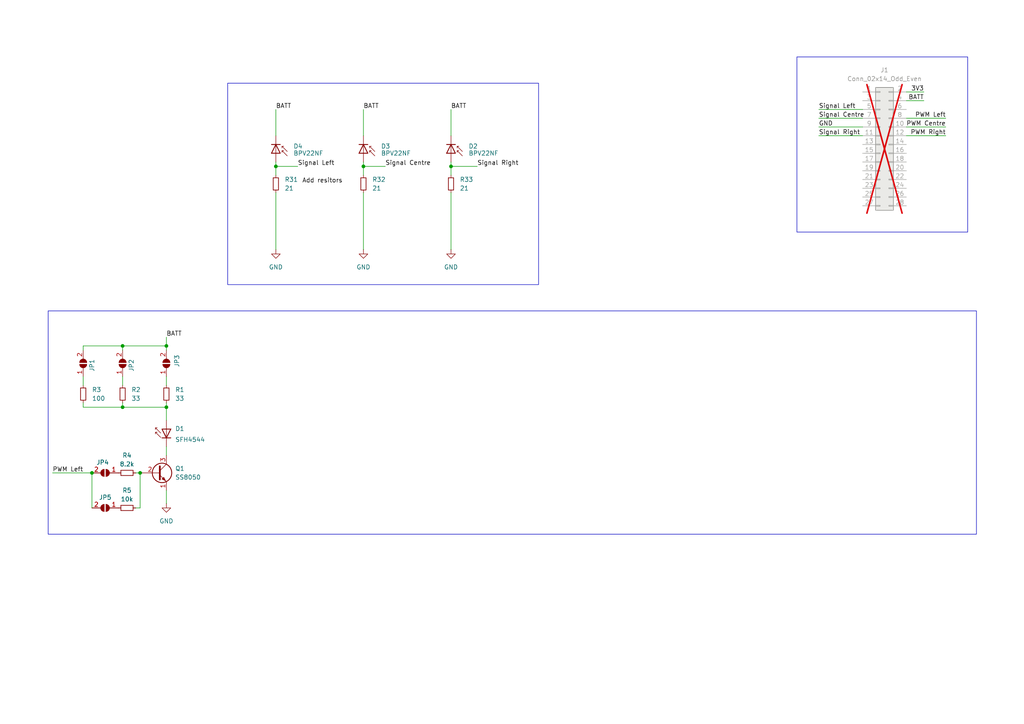
<source format=kicad_sch>
(kicad_sch (version 20231120) (generator "eeschema") (generator_version "8.0")
  (paper "A4")
  (title_block (title "EEE3088F Sensing Board") (date "2024-03-16") (rev "v0"))
  (lib_symbols
    (symbol "Connector_Generic:Conn_02x14_Odd_Even" (pin_names (offset 1.016) hide)
      (property "Reference" "J" (at 1.27 17.78 0))
      (property "Value" "Conn_02x14_Odd_Even" (at 1.27 -20.32 0))
      (symbol "Conn_02x14_Odd_Even_1_1"
        (rectangle (start -1.27 -17.653) (end 0 -17.907) (stroke (width 0.1524)))
        (rectangle (start -1.27 -15.113) (end 0 -15.367) (stroke (width 0.1524)))
        (rectangle (start -1.27 -12.573) (end 0 -12.827) (stroke (width 0.1524)))
        (rectangle (start -1.27 -10.033) (end 0 -10.287) (stroke (width 0.1524)))
        (rectangle (start -1.27 -7.493) (end 0 -7.747) (stroke (width 0.1524)))
        (rectangle (start -1.27 -4.953) (end 0 -5.207) (stroke (width 0.1524)))
        (rectangle (start -1.27 -2.413) (end 0 -2.667) (stroke (width 0.1524)))
        (rectangle (start -1.27 0.127) (end 0 -0.127) (stroke (width 0.1524)))
        (rectangle (start -1.27 2.667) (end 0 2.413) (stroke (width 0.1524)))
        (rectangle (start -1.27 5.207) (end 0 4.953) (stroke (width 0.1524)))
        (rectangle (start -1.27 7.747) (end 0 7.493) (stroke (width 0.1524)))
        (rectangle (start -1.27 10.287) (end 0 10.033) (stroke (width 0.1524)))
        (rectangle (start -1.27 12.827) (end 0 12.573) (stroke (width 0.1524)))
        (rectangle (start -1.27 15.367) (end 0 15.113) (stroke (width 0.1524)))
        (rectangle (start -1.27 16.51) (end 3.81 -19.05) (stroke (width 0.254)) (fill (type background)))
        (rectangle (start 3.81 -17.653) (end 2.54 -17.907) (stroke (width 0.1524)))
        (rectangle (start 3.81 -15.113) (end 2.54 -15.367) (stroke (width 0.1524)))
        (rectangle (start 3.81 -12.573) (end 2.54 -12.827) (stroke (width 0.1524)))
        (rectangle (start 3.81 -10.033) (end 2.54 -10.287) (stroke (width 0.1524)))
        (rectangle (start 3.81 -7.493) (end 2.54 -7.747) (stroke (width 0.1524)))
        (rectangle (start 3.81 -4.953) (end 2.54 -5.207) (stroke (width 0.1524)))
        (rectangle (start 3.81 -2.413) (end 2.54 -2.667) (stroke (width 0.1524)))
        (rectangle (start 3.81 0.127) (end 2.54 -0.127) (stroke (width 0.1524)))
        (rectangle (start 3.81 2.667) (end 2.54 2.413) (stroke (width 0.1524)))
        (rectangle (start 3.81 5.207) (end 2.54 4.953) (stroke (width 0.1524)))
        (rectangle (start 3.81 7.747) (end 2.54 7.493) (stroke (width 0.1524)))
        (rectangle (start 3.81 10.287) (end 2.54 10.033) (stroke (width 0.1524)))
        (rectangle (start 3.81 12.827) (end 2.54 12.573) (stroke (width 0.1524)))
        (rectangle (start 3.81 15.367) (end 2.54 15.113) (stroke (width 0.1524)))
        (pin passive line (at -5.08 15.24 0) (length 3.81) (name "Pin_1") (number "1"))
        (pin passive line (at 7.62 5.08 180) (length 3.81) (name "Pin_10") (number "10"))
        (pin passive line (at -5.08 2.54 0) (length 3.81) (name "Pin_11") (number "11"))
        (pin passive line (at 7.62 2.54 180) (length 3.81) (name "Pin_12") (number "12"))
        (pin passive line (at -5.08 0 0) (length 3.81) (name "Pin_13") (number "13"))
        (pin passive line (at 7.62 0 180) (length 3.81) (name "Pin_14") (number "14"))
        (pin passive line (at -5.08 -2.54 0) (length 3.81) (name "Pin_15") (number "15"))
        (pin passive line (at 7.62 -2.54 180) (length 3.81) (name "Pin_16") (number "16"))
        (pin passive line (at -5.08 -5.08 0) (length 3.81) (name "Pin_17") (number "17"))
        (pin passive line (at 7.62 -5.08 180) (length 3.81) (name "Pin_18") (number "18"))
        (pin passive line (at -5.08 -7.62 0) (length 3.81) (name "Pin_19") (number "19"))
        (pin passive line (at 7.62 15.24 180) (length 3.81) (name "Pin_2") (number "2"))
        (pin passive line (at 7.62 -7.62 180) (length 3.81) (name "Pin_20") (number "20"))
        (pin passive line (at -5.08 -10.16 0) (length 3.81) (name "Pin_21") (number "21"))
        (pin passive line (at 7.62 -10.16 180) (length 3.81) (name "Pin_22") (number "22"))
        (pin passive line (at -5.08 -12.7 0) (length 3.81) (name "Pin_23") (number "23"))
        (pin passive line (at 7.62 -12.7 180) (length 3.81) (name "Pin_24") (number "24"))
        (pin passive line (at -5.08 -15.24 0) (length 3.81) (name "Pin_25") (number "25"))
        (pin passive line (at 7.62 -15.24 180) (length 3.81) (name "Pin_26") (number "26"))
        (pin passive line (at -5.08 -17.78 0) (length 3.81) (name "Pin_27") (number "27"))
        (pin passive line (at 7.62 -17.78 180) (length 3.81) (name "Pin_28") (number "28"))
        (pin passive line (at -5.08 12.7 0) (length 3.81) (name "Pin_3") (number "3"))
        (pin passive line (at 7.62 12.7 180) (length 3.81) (name "Pin_4") (number "4"))
        (pin passive line (at -5.08 10.16 0) (length 3.81) (name "Pin_5") (number "5"))
        (pin passive line (at 7.62 10.16 180) (length 3.81) (name "Pin_6") (number "6"))
        (pin passive line (at -5.08 7.62 0) (length 3.81) (name "Pin_7") (number "7"))
        (pin passive line (at 7.62 7.62 180) (length 3.81) (name "Pin_8") (number "8"))
        (pin passive line (at -5.08 5.08 0) (length 3.81) (name "Pin_9") (number "9"))
      )
    )
    (symbol "Device:D_Photo" (pin_numbers hide) (pin_names hide)
      (property "Reference" "D" (at 0.508 1.778 0))
      (property "Value" "D_Photo" (at -1.016 -2.794 0))
      (symbol "D_Photo_0_1"
        (polyline (pts (xy -2.54 1.27) (xy -2.54 -1.27)) (stroke (width 0.254)))
        (polyline (pts (xy -2.032 1.778) (xy -1.524 1.778)))
        (polyline (pts (xy 0 0) (xy -2.54 0)))
        (polyline (pts (xy -0.508 3.302) (xy -2.032 1.778) (xy -2.032 2.286)))
        (polyline (pts (xy 0 -1.27) (xy 0 1.27) (xy -2.54 0) (xy 0 -1.27)) (stroke (width 0.254)))
        (polyline (pts (xy 0.762 3.302) (xy -0.762 1.778) (xy -0.762 2.286) (xy -0.762 1.778) (xy -0.254 1.778)))
      )
      (symbol "D_Photo_1_1"
        (pin passive line (at -5.08 0 0) (length 2.54) (name "K") (number "1"))
        (pin passive line (at 2.54 0 180) (length 2.54) (name "A") (number "2"))
      )
    )
    (symbol "Device:R_Small" (pin_numbers hide) (pin_names (offset 0.254) hide)
      (property "Reference" "R" (at 0.762 0.508 0))
      (property "Value" "R_Small" (at 0.762 -1.016 0))
      (symbol "R_Small_0_1"
        (rectangle (start -0.762 1.778) (end 0.762 -1.778) (stroke (width 0.2032)))
      )
      (symbol "R_Small_1_1"
        (pin passive line (at 0 2.54 270) (length 0.762) (name "~") (number "1"))
        (pin passive line (at 0 -2.54 90) (length 0.762) (name "~") (number "2"))
      )
    )
    (symbol "Jumper:SolderJumper_2_Open" (pin_names (offset 0) hide)
      (property "Reference" "JP" (at 0 2.032 0))
      (property "Value" "SolderJumper_2_Open" (at 0 -2.54 0))
      (symbol "SolderJumper_2_Open_0_1"
        (arc (start -0.254 1.016) (mid -1.2656 0) (end -0.254 -1.016))
        (arc (start -0.254 1.016) (mid -1.2656 0) (end -0.254 -1.016) (fill (type outline)))
        (polyline (pts (xy -0.254 1.016) (xy -0.254 -1.016)))
        (polyline (pts (xy 0.254 1.016) (xy 0.254 -1.016)))
        (arc (start 0.254 -1.016) (mid 1.2656 0) (end 0.254 1.016))
        (arc (start 0.254 -1.016) (mid 1.2656 0) (end 0.254 1.016) (fill (type outline)))
      )
      (symbol "SolderJumper_2_Open_1_1"
        (pin passive line (at -3.81 0 0) (length 2.54) (name "A") (number "1"))
        (pin passive line (at 3.81 0 180) (length 2.54) (name "B") (number "2"))
      )
    )
    (symbol "LED:SFH4546" (pin_numbers hide) (pin_names (offset 1.016) hide)
      (property "Reference" "D" (at 0.508 1.778 0))
      (property "Value" "SFH4546" (at -1.016 -2.794 0))
      (symbol "SFH4546_0_1"
        (polyline (pts (xy -2.54 1.27) (xy -2.54 -1.27)) (stroke (width 0.254)))
        (polyline (pts (xy 0 0) (xy -2.54 0)))
        (polyline (pts (xy 0.381 3.175) (xy -0.127 3.175)))
        (polyline (pts (xy -1.143 1.651) (xy 0.381 3.175) (xy 0.381 2.667)))
        (polyline (pts (xy 0 -1.27) (xy -2.54 0) (xy 0 1.27) (xy 0 -1.27)) (stroke (width 0.254)))
        (polyline (pts (xy -2.413 1.651) (xy -0.889 3.175) (xy -0.889 2.667) (xy -0.889 3.175) (xy -1.397 3.175)))
      )
      (symbol "SFH4546_1_1"
        (pin passive line (at -5.08 0 0) (length 2.54) (name "K") (number "1"))
        (pin passive line (at 2.54 0 180) (length 2.54) (name "A") (number "2"))
      )
    )
    (symbol "SolderJumper_2_Open_1" (pin_names (offset 0) hide)
      (property "Reference" "JP" (at 0 2.032 0))
      (property "Value" "SolderJumper_2_Open" (at 0 -2.54 0))
      (symbol "SolderJumper_2_Open_1_0_1"
        (arc (start -0.254 1.016) (mid -1.2656 0) (end -0.254 -1.016))
        (arc (start -0.254 1.016) (mid -1.2656 0) (end -0.254 -1.016) (fill (type outline)))
        (polyline (pts (xy -0.254 1.016) (xy -0.254 -1.016)))
        (polyline (pts (xy 0.254 1.016) (xy 0.254 -1.016)))
        (arc (start 0.254 -1.016) (mid 1.2656 0) (end 0.254 1.016))
        (arc (start 0.254 -1.016) (mid 1.2656 0) (end 0.254 1.016) (fill (type outline)))
      )
      (symbol "SolderJumper_2_Open_1_1_1"
        (pin passive line (at -3.81 0 0) (length 2.54) (name "A") (number "1"))
        (pin passive line (at 3.81 0 180) (length 2.54) (name "B") (number "2"))
      )
    )
    (symbol "Transistor_BJT:2N2219" (pin_names (offset 0) hide)
      (property "Reference" "Q" (at 5.08 1.905 0))
      (property "Value" "2N2219" (at 5.08 0 0))
      (symbol "2N2219_0_1"
        (polyline (pts (xy 0.635 0.635) (xy 2.54 2.54)))
        (polyline (pts (xy 0.635 -0.635) (xy 2.54 -2.54) (xy 2.54 -2.54)))
        (polyline (pts (xy 0.635 1.905) (xy 0.635 -1.905) (xy 0.635 -1.905)) (stroke (width 0.508)))
        (polyline (pts (xy 1.27 -1.778) (xy 1.778 -1.27) (xy 2.286 -2.286) (xy 1.27 -1.778) (xy 1.27 -1.778)) (fill (type outline)))
        (circle (center 1.27 0) (radius 2.8194) (stroke (width 0.254)))
      )
      (symbol "2N2219_1_1"
        (pin passive line (at 2.54 -5.08 90) (length 2.54) (name "E") (number "1"))
        (pin passive line (at -5.08 0 0) (length 5.715) (name "B") (number "2"))
        (pin passive line (at 2.54 5.08 270) (length 2.54) (name "C") (number "3"))
      )
    )
    (symbol "power:GND" (power) (pin_numbers hide) (pin_names (offset 0) hide)
      (property "Value" "GND" (at 0 -3.81 0))
      (symbol "GND_0_1"
        (polyline (pts (xy 0 0) (xy 0 -1.27) (xy 1.27 -1.27) (xy 0 -2.54) (xy -1.27 -1.27) (xy 0 -1.27)))
      )
      (symbol "GND_1_1"
        (pin power_in line (at 0 0 270) (length 0) (name "~") (number "1"))
      )
    )
  )
  (junction (at 26.67 137.16))
  (junction (at 35.56 118.11))
  (junction (at 80.01 48.26))
  (junction (at 105.41 48.26))
  (junction (at 130.81 48.26))
  (junction (at 40.64 137.16))
  (junction (at 48.26 118.11))
  (junction (at 48.26 100.33))
  (junction (at 35.56 100.33))
  (wire (pts (xy 274.32 36.83) (xy 262.89 36.83)))
  (wire (pts (xy 80.01 31.75) (xy 80.01 39.37)))
  (wire (pts (xy 237.49 39.37) (xy 250.19 39.37)))
  (wire (pts (xy 48.26 109.22) (xy 48.26 111.76)))
  (wire (pts (xy 130.81 48.26) (xy 138.43 48.26)))
  (wire (pts (xy 48.26 97.79) (xy 48.26 100.33)))
  (wire (pts (xy 48.26 118.11) (xy 48.26 121.92)))
  (wire (pts (xy 48.26 116.84) (xy 48.26 118.11)))
  (wire (pts (xy 130.81 31.75) (xy 130.81 39.37)))
  (wire (pts (xy 48.26 100.33) (xy 48.26 101.6)))
  (wire (pts (xy 48.26 146.05) (xy 48.26 142.24)))
  (wire (pts (xy 24.13 118.11) (xy 35.56 118.11)))
  (wire (pts (xy 105.41 55.88) (xy 105.41 72.39)))
  (wire (pts (xy 130.81 55.88) (xy 130.81 72.39)))
  (wire (pts (xy 237.49 31.75) (xy 250.19 31.75)))
  (wire (pts (xy 80.01 46.99) (xy 80.01 48.26)))
  (wire (pts (xy 267.97 26.67) (xy 262.89 26.67)))
  (wire (pts (xy 267.97 29.21) (xy 262.89 29.21)))
  (wire (pts (xy 80.01 48.26) (xy 86.36 48.26)))
  (wire (pts (xy 274.32 39.37) (xy 262.89 39.37)))
  (wire (pts (xy 130.81 48.26) (xy 130.81 50.8)))
  (wire (pts (xy 39.37 147.32) (xy 40.64 147.32)))
  (wire (pts (xy 237.49 34.29) (xy 250.19 34.29)))
  (wire (pts (xy 105.41 48.26) (xy 111.76 48.26)))
  (wire (pts (xy 15.24 137.16) (xy 26.67 137.16)))
  (wire (pts (xy 24.13 116.84) (xy 24.13 118.11)))
  (wire (pts (xy 80.01 55.88) (xy 80.01 72.39)))
  (wire (pts (xy 40.64 147.32) (xy 40.64 137.16)))
  (wire (pts (xy 130.81 46.99) (xy 130.81 48.26)))
  (wire (pts (xy 35.56 109.22) (xy 35.56 111.76)))
  (wire (pts (xy 48.26 132.08) (xy 48.26 129.54)))
  (wire (pts (xy 35.56 100.33) (xy 35.56 101.6)))
  (wire (pts (xy 26.67 147.32) (xy 26.67 137.16)))
  (wire (pts (xy 39.37 137.16) (xy 40.64 137.16)))
  (wire (pts (xy 35.56 118.11) (xy 48.26 118.11)))
  (wire (pts (xy 105.41 31.75) (xy 105.41 39.37)))
  (wire (pts (xy 105.41 48.26) (xy 105.41 50.8)))
  (wire (pts (xy 24.13 109.22) (xy 24.13 111.76)))
  (wire (pts (xy 274.32 34.29) (xy 262.89 34.29)))
  (wire (pts (xy 35.56 100.33) (xy 48.26 100.33)))
  (wire (pts (xy 237.49 36.83) (xy 250.19 36.83)))
  (wire (pts (xy 24.13 100.33) (xy 24.13 101.6)))
  (wire (pts (xy 105.41 46.99) (xy 105.41 48.26)))
  (wire (pts (xy 80.01 48.26) (xy 80.01 50.8)))
  (wire (pts (xy 24.13 100.33) (xy 35.56 100.33)))
  (wire (pts (xy 35.56 116.84) (xy 35.56 118.11)))
  (rectangle (start 13.97 90.17) (end 283.21 154.94))
  (rectangle (start 66.04 24.13) (end 156.21 82.55))
  (rectangle (start 231.14 16.51) (end 280.67 67.31))
  (label "BATT" (at 130.81 31.75 0))
  (label "PWM Left" (at 274.32 34.29 180))
  (label "3V3" (at 267.97 26.67 180))
  (label "PWM Centre" (at 274.32 36.83 180))
  (label "BATT" (at 267.97 29.21 180))
  (label "BATT" (at 105.41 31.75 0))
  (label "BATT" (at 80.01 31.75 0))
  (label "Signal Left" (at 237.49 31.75 0))
  (label "PWM Left" (at 15.24 137.16 0))
  (label "Signal Right" (at 237.49 39.37 0))
  (label "GND" (at 237.49 36.83 0))
  (label "BATT" (at 48.26 97.79 0))
  (label "Signal Left" (at 86.36 48.26 0))
  (label "PWM Right" (at 274.32 39.37 180))
  (label "Signal Right" (at 138.43 48.26 0))
  (label "Signal Centre" (at 111.76 48.26 0))
  (label "Signal Centre" (at 237.49 34.29 0))
  (label "Add resitors" (at 87.63 53.34 0))
  (symbol (lib_id "Transistor_BJT:2N2219") (at 45.72 137.16 0) (unit 1)
    (property "Reference" "Q1" (at 50.8 135.8899 0) (effects (justify left)))
    (property "Value" "SS8050" (at 50.8 138.4299 0) (effects (justify left)))
    (property "Footprint" "Package_TO_SOT_SMD:SOT-23" (effects (hide yes)))
    (property "Datasheet" "http://www.onsemi.com/pub_link/Collateral/2N2219-D.PDF" (effects (hide yes)))
    (property "Description" "800mA Ic, 50V Vce, NPN Transistor, TO-39" (effects (hide yes)))
    (property "LCSC" "C2150" (effects (hide yes)))
  )
  (symbol (lib_id "Device:R_Small") (at 36.83 147.32 90) (unit 1)
    (property "Reference" "R5" (at 36.83 142.24 90))
    (property "Value" "10k" (at 36.83 144.78 90))
    (property "Footprint" "Resistor_SMD:R_0815_2038Metric" (effects (hide yes)))
    (property "Description" "Resistor, small symbol" (effects (hide yes)))
  )
  (symbol (lib_id "Device:R_Small") (at 105.41 53.34 0) (unit 1)
    (property "Reference" "R32" (at 107.95 52.0699 0) (effects (justify left)))
    (property "Value" "21" (at 107.95 54.6099 0) (effects (justify left)))
    (property "Footprint" "Resistor_SMD:R_0815_2038Metric" (effects (hide yes)))
    (property "Description" "Resistor, small symbol" (effects (hide yes)))
  )
  (symbol (lib_id "power:GND") (at 130.81 72.39 0) (unit 1)
    (property "Reference" "#PWR01" (effects (hide yes)))
    (property "Value" "GND" (at 130.81 77.47 0))
    (property "Description" "Power symbol creates a global label with name \"GND\" , ground" (effects (hide yes)))
  )
  (symbol (lib_id "power:GND") (at 105.41 72.39 0) (unit 1)
    (property "Reference" "#PWR03" (effects (hide yes)))
    (property "Value" "GND" (at 105.41 77.47 0))
    (property "Description" "Power symbol creates a global label with name \"GND\" , ground" (effects (hide yes)))
  )
  (symbol (lib_id "Device:D_Photo") (at 80.01 44.45 270) (unit 1)
    (property "Reference" "D4" (at 85.09 42.418 90) (effects (justify left)))
    (property "Value" "BPV22NF" (at 85.09 44.45 90) (effects (justify left)))
    (property "Footprint" "LED_THT:LED_SideEmitter_Rectangular_W4.5mm_H1.6mm" (effects (hide yes)))
    (property "Description" "Photodiode" (effects (hide yes)))
    (property "LCSC" " C2900370" (effects (hide yes)))
    (property "Extended" "1" (effects (hide yes)))
    (property "Populate" "1" (effects (hide yes)))
    (property "Price" "0.48" (effects (hide yes)))
  )
  (symbol (lib_id "Device:D_Photo") (at 130.81 44.45 270) (unit 1)
    (property "Reference" "D2" (at 135.89 42.418 90) (effects (justify left)))
    (property "Value" "BPV22NF" (at 135.89 44.45 90) (effects (justify left)))
    (property "Footprint" "LED_THT:LED_SideEmitter_Rectangular_W4.5mm_H1.6mm" (effects (hide yes)))
    (property "Description" "Photodiode" (effects (hide yes)))
    (property "LCSC" " C2900370" (effects (hide yes)))
    (property "Extended" "1" (effects (hide yes)))
    (property "Populate" "1" (effects (hide yes)))
    (property "Price" "0.48" (effects (hide yes)))
  )
  (symbol (lib_id "Jumper:SolderJumper_2_Open") (at 35.56 105.41 90) (unit 1)
    (property "Reference" "JP2" (at 38.1 104.1399 0) (effects (justify right)))
    (property "Value" "SolderJumper_2_Open" (effects (hide yes)))
    (property "Description" "Solder Jumper, 2-pole, open" (effects (hide yes)))
  )
  (symbol (lib_id "LED:SFH4546") (at 48.26 124.46 90) (unit 1)
    (property "Reference" "D1" (at 50.8 124.3329 90) (effects (justify right)))
    (property "Value" "SFH4544" (at 50.8 127.508 90) (effects (justify right)))
    (property "Footprint" "LED_THT:LED_D3.0mm_IRBlack" (effects (hide yes)))
    (property "Datasheet" "https://www.lcsc.com/datasheet/lcsc_datasheet_2206101716_OSRAM-Opto-Semicon-SFH-4544_C2900370.pdf" (effects (hide yes)))
    (property "Description" "High-Power IR LED 940nm" (effects (hide yes)))
    (property "LCSC" "C2900370" (effects (hide yes)))
    (property "Extended" "1" (effects (hide yes)))
    (property "Populate" "1" (effects (hide yes)))
    (property "Price" "0.67" (effects (hide yes)))
  )
  (symbol (lib_id "Jumper:SolderJumper_2_Open") (at 48.26 105.41 90) (unit 1)
    (property "Reference" "JP3" (at 51.308 102.87 0) (effects (justify right)))
    (property "Value" "SolderJumper_2_Open" (effects (hide yes)))
    (property "Description" "Solder Jumper, 2-pole, open" (effects (hide yes)))
  )
  (symbol (lib_name "SolderJumper_2_Open_1") (lib_id "Jumper:SolderJumper_2_Open") (at 24.13 105.41 90) (unit 1)
    (property "Reference" "JP1" (at 26.67 104.1399 0) (effects (justify right)))
    (property "Value" "SolderJumper_2_Open" (effects (hide yes)))
    (property "Description" "Solder Jumper, 2-pole, open" (effects (hide yes)))
  )
  (symbol (lib_id "Device:D_Photo") (at 105.41 44.45 270) (unit 1)
    (property "Reference" "D3" (at 110.49 42.418 90) (effects (justify left)))
    (property "Value" "BPV22NF" (at 110.49 44.45 90) (effects (justify left)))
    (property "Footprint" "LED_THT:LED_SideEmitter_Rectangular_W4.5mm_H1.6mm" (effects (hide yes)))
    (property "Description" "Photodiode" (effects (hide yes)))
    (property "LCSC" " C2900370" (effects (hide yes)))
    (property "Extended" "1" (effects (hide yes)))
    (property "Populate" "1" (effects (hide yes)))
    (property "Price" "0.48" (effects (hide yes)))
  )
  (symbol (lib_id "Device:R_Small") (at 48.26 114.3 0) (unit 1)
    (property "Reference" "R1" (at 50.8 113.0299 0) (effects (justify left)))
    (property "Value" "33" (at 50.8 115.5699 0) (effects (justify left)))
    (property "Footprint" "Resistor_SMD:R_0805_2012Metric" (effects (hide yes)))
    (property "Description" "Resistor, small symbol" (effects (hide yes)))
  )
  (symbol (lib_id "power:GND") (at 48.26 146.05 0) (unit 1)
    (property "Reference" "#PWR02" (effects (hide yes)))
    (property "Value" "GND" (at 48.26 151.13 0))
    (property "Description" "Power symbol creates a global label with name \"GND\" , ground" (effects (hide yes)))
  )
  (symbol (lib_id "Device:R_Small") (at 130.81 53.34 0) (unit 1)
    (property "Reference" "R33" (at 133.35 52.0699 0) (effects (justify left)))
    (property "Value" "21" (at 133.35 54.6099 0) (effects (justify left)))
    (property "Footprint" "Resistor_SMD:R_0815_2038Metric" (effects (hide yes)))
    (property "Description" "Resistor, small symbol" (effects (hide yes)))
  )
  (symbol (lib_id "Device:R_Small") (at 80.01 53.34 0) (unit 1)
    (property "Reference" "R31" (at 82.55 52.0699 0) (effects (justify left)))
    (property "Value" "21" (at 82.55 54.6099 0) (effects (justify left)))
    (property "Footprint" "Resistor_SMD:R_0815_2038Metric" (effects (hide yes)))
    (property "Description" "Resistor, small symbol" (effects (hide yes)))
  )
  (symbol (lib_id "Jumper:SolderJumper_2_Open") (at 30.48 137.16 180) (unit 1)
    (property "Reference" "JP4" (at 27.94 134.112 0) (effects (justify right)))
    (property "Value" "SolderJumper_2_Open" (effects (hide yes)))
    (property "Description" "Solder Jumper, 2-pole, open" (effects (hide yes)))
  )
  (symbol (lib_id "Device:R_Small") (at 24.13 114.3 0) (unit 1)
    (property "Reference" "R3" (at 26.67 113.0299 0) (effects (justify left)))
    (property "Value" "100" (at 26.67 115.5699 0) (effects (justify left)))
    (property "Footprint" "Resistor_SMD:R_0815_2038Metric" (effects (hide yes)))
    (property "Description" "Resistor, small symbol" (effects (hide yes)))
  )
  (symbol (lib_id "Jumper:SolderJumper_2_Open") (at 30.48 147.32 180) (unit 1)
    (property "Reference" "JP5" (at 28.702 144.272 0) (effects (justify right)))
    (property "Value" "SolderJumper_2_Open" (effects (hide yes)))
    (property "Description" "Solder Jumper, 2-pole, open" (effects (hide yes)))
  )
  (symbol (lib_id "power:GND") (at 80.01 72.39 0) (unit 1)
    (property "Reference" "#PWR04" (effects (hide yes)))
    (property "Value" "GND" (at 80.01 77.47 0))
    (property "Description" "Power symbol creates a global label with name \"GND\" , ground" (effects (hide yes)))
  )
  (symbol (lib_id "Connector_Generic:Conn_02x14_Odd_Even") (at 255.27 41.91 0) (unit 1) (dnp yes)
    (property "Reference" "J1" (at 256.54 20.32 0))
    (property "Value" "Conn_02x14_Odd_Even" (at 256.54 22.86 0))
    (property "Footprint" "Connector_PinHeader_2.54mm:PinHeader_2x14_P2.54mm_Vertical" (effects (hide yes)))
    (property "Description" "Generic connector, double row, 02x14, odd/even pin numbering scheme (row 1 odd numbers, row 2 even numbers), script generated (kicad-library-utils/schlib/autogen/connector/)" (effects (hide yes)))
  )
  (symbol (lib_id "Device:R_Small") (at 35.56 114.3 0) (unit 1)
    (property "Reference" "R2" (at 38.1 113.0299 0) (effects (justify left)))
    (property "Value" "33" (at 38.1 115.5699 0) (effects (justify left)))
    (property "Footprint" "Resistor_SMD:R_0815_2038Metric" (effects (hide yes)))
    (property "Description" "Resistor, small symbol" (effects (hide yes)))
  )
  (symbol (lib_id "Device:R_Small") (at 36.83 137.16 90) (unit 1)
    (property "Reference" "R4" (at 36.83 132.08 90))
    (property "Value" "8.2k" (at 36.83 134.62 90))
    (property "Footprint" "Resistor_SMD:R_0815_2038Metric" (effects (hide yes)))
    (property "Description" "Resistor, small symbol" (effects (hide yes)))
  )
)
</source>
